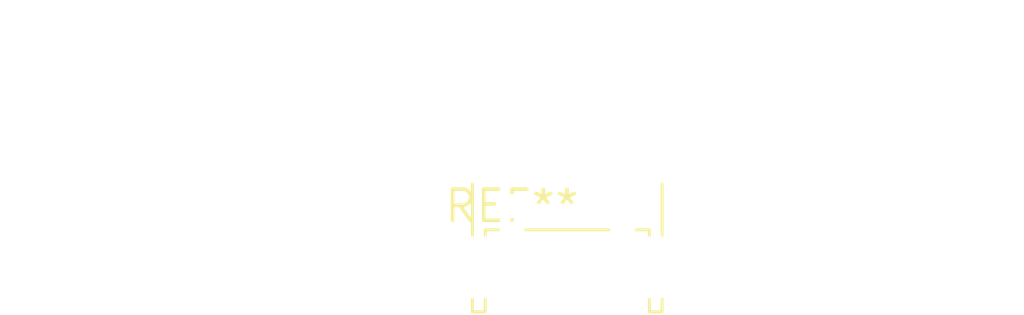
<source format=kicad_pcb>
(kicad_pcb (version 20240108) (generator pcbnew)
  (layers (0 "F.Cu" signal) (31 "B.Cu" signal) (34 "B.Paste" user) (35 "F.Paste" user) (36 "B.SilkS" user "B.Silkscreen") (37 "F.SilkS" user "F.Silkscreen") (38 "B.Mask" user) (39 "F.Mask" user) (44 "Edge.Cuts" user))
  (net 0 "")
  (footprint "SW_Tactile_SPST_Angled_PTS645Vx83-2LFS" (layer "F.Cu") (at 0 0)
    (property "Reference" "REF**")
    (property "Value" "SW_Tactile_SPST_Angled_PTS645Vx83-2LFS")
    (fp_line (start -1.61 -0.9) (end -1.61 1.2) (layer "F.SilkS") (stroke (width 0.12)))
    (fp_line (start -1.61 3.8) (end -1.61 4.31) (layer "F.SilkS") (stroke (width 0.12)))
    (fp_line (start -1.61 4.31) (end -1.09 4.31) (layer "F.SilkS") (stroke (width 0.12)))
    (fp_line (start -1.09 0.97) (end -1.09 1.2) (layer "F.SilkS") (stroke (width 0.12)))
    (fp_line (start -1.09 0.97) (end -0.55 0.97) (layer "F.SilkS") (stroke (width 0.12)))
    (fp_line (start -1.09 3.8) (end -1.09 4.31) (layer "F.SilkS") (stroke (width 0.12)))
    (fp_line (start 0.55 0.97) (end 3.95 0.97) (layer "F.SilkS") (stroke (width 0.12)))
    (fp_line (start 5.05 0.97) (end 5.59 0.97) (layer "F.SilkS") (stroke (width 0.12)))
    (fp_line (start 5.59 0.97) (end 5.59 1.2) (layer "F.SilkS") (stroke (width 0.12)))
    (fp_line (start 5.59 3.8) (end 5.59 4.31) (layer "F.SilkS") (stroke (width 0.12)))
    (fp_line (start 5.59 4.31) (end 6.11 4.31) (layer "F.SilkS") (stroke (width 0.12)))
    (fp_line (start 6.11 -0.9) (end 6.11 1.2) (layer "F.SilkS") (stroke (width 0.12)))
    (fp_line (start 6.11 3.8) (end 6.11 4.31) (layer "F.SilkS") (stroke (width 0.12)))
    (pad "" thru_hole circle (at -1.25 2.49) (size 2.1 2.1) (drill 1.3) (layers *.Cu *.Mask) (remove_unused_layers))
    (pad "" thru_hole circle (at 5.76 2.49) (size 2.1 2.1) (drill 1.3) (layers *.Cu *.Mask) (remove_unused_layers))
    (pad "1" thru_hole circle (at 0 0) (size 1.75 1.75) (drill 0.99) (layers *.Cu *.Mask) (remove_unused_layers))
    (pad "2" thru_hole circle (at 4.5 0) (size 1.75 1.75) (drill 0.99) (layers *.Cu *.Mask) (remove_unused_layers))
  )
)
</source>
